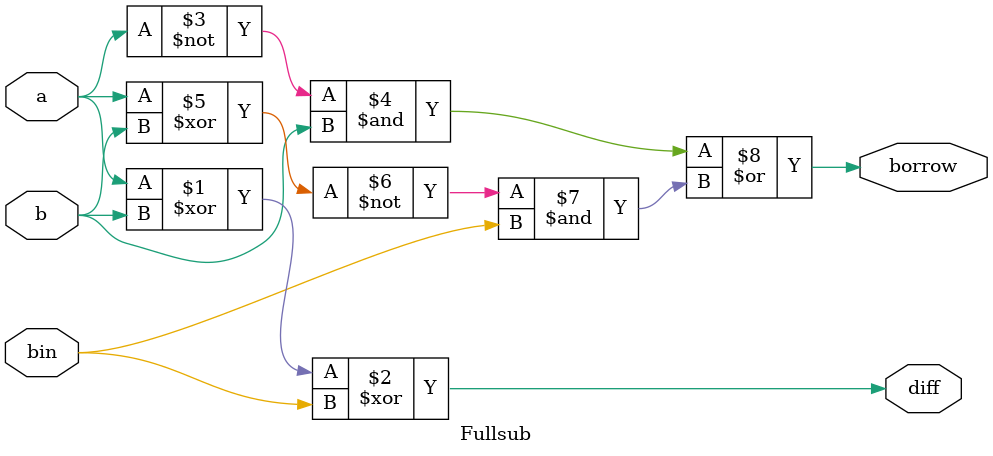
<source format=v>
module Fullsub (
    input  wire a, b, bin,       // Inputs
    output wire diff, borrow     // Outputs
);

    // Logic equations
    assign diff   = a ^ b ^ bin;                  // Difference
    assign borrow = (~a & b) | (~(a ^ b) & bin);  // Borrow logic

endmodule
</source>
